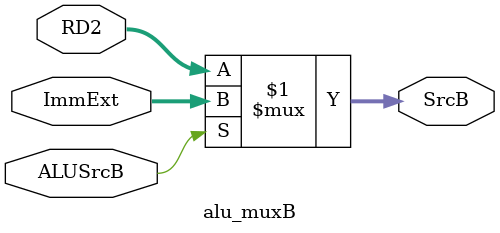
<source format=sv>
module alu_muxB(
    input logic [31:0] RD2,
    input logic [31:0] ImmExt,
    input logic ALUSrcB,
    output logic [31:0]SrcB
);

assign SrcB = ALUSrcB ? ImmExt : RD2;

endmodule
</source>
